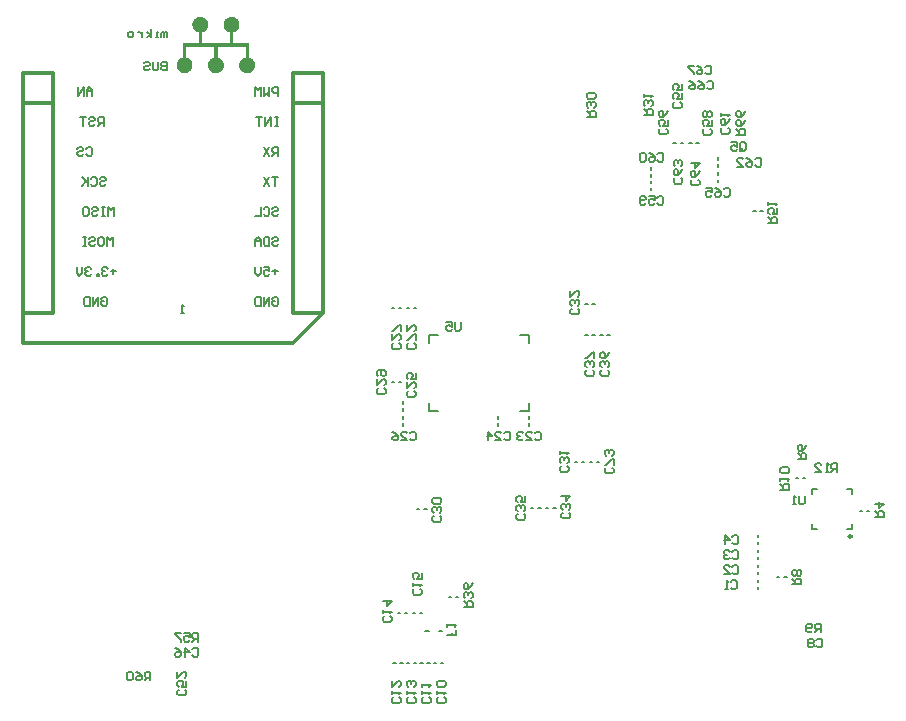
<source format=gbo>
G04*
G04 #@! TF.GenerationSoftware,Altium Limited,Altium Designer,19.1.7 (138)*
G04*
G04 Layer_Color=32896*
%FSLAX42Y42*%
%MOMM*%
G71*
G01*
G75*
%ADD11C,0.25*%
%ADD13C,0.10*%
%ADD14C,0.30*%
%ADD15C,0.03*%
%ADD16C,0.15*%
%ADD17C,0.20*%
D11*
X15183Y11581D02*
G03*
X15183Y11581I-12J0D01*
G01*
D13*
X11572Y12647D02*
G03*
X11572Y12647I-5J0D01*
G01*
D14*
X8424Y13471D02*
Y15503D01*
X8170Y15503D02*
X8424Y15503D01*
X8170Y13471D02*
Y15503D01*
Y13471D02*
X8424D01*
X8170Y15249D02*
X8424D01*
X10456D02*
X10710D01*
X10456Y13471D02*
X10710D01*
X10456D02*
Y15503D01*
X10710Y15503D01*
Y13471D02*
Y15503D01*
X8170Y13217D02*
Y13471D01*
Y13217D02*
X10456D01*
X10710Y13471D01*
D15*
X9522Y15737D02*
Y15758D01*
Y15637D02*
Y15737D01*
X9511Y15635D02*
X9522Y15637D01*
X9501Y15630D02*
X9511Y15635D01*
X9492Y15624D02*
X9501Y15630D01*
X9484Y15617D02*
X9492Y15624D01*
X9478Y15608D02*
X9484Y15617D01*
X9473Y15598D02*
X9478Y15608D01*
X9470Y15587D02*
X9473Y15598D01*
X9469Y15576D02*
X9470Y15587D01*
X9469Y15576D02*
X9471Y15564D01*
X9474Y15552D01*
X9480Y15541D01*
X9487Y15532D01*
X9497Y15525D01*
X9507Y15519D01*
X9519Y15515D01*
X9531Y15514D01*
X9544Y15515D01*
X9555Y15519D01*
X9566Y15525D01*
X9575Y15532D01*
X9583Y15541D01*
X9589Y15552D01*
X9592Y15564D01*
X9593Y15576D01*
X9592Y15587D02*
X9593Y15576D01*
X9589Y15598D02*
X9592Y15587D01*
X9585Y15607D02*
X9589Y15598D01*
X9579Y15616D02*
X9585Y15607D01*
X9571Y15624D02*
X9579Y15616D01*
X9562Y15630D02*
X9571Y15624D01*
X9553Y15634D02*
X9562Y15630D01*
X9542Y15637D02*
X9553Y15634D01*
X9542Y15637D02*
Y15737D01*
X9654D01*
X9675D01*
X9786D01*
Y15637D02*
Y15737D01*
X9775Y15635D02*
X9786Y15637D01*
X9765Y15630D02*
X9775Y15635D01*
X9756Y15624D02*
X9765Y15630D01*
X9749Y15617D02*
X9756Y15624D01*
X9742Y15608D02*
X9749Y15617D01*
X9738Y15598D02*
X9742Y15608D01*
X9735Y15587D02*
X9738Y15598D01*
X9734Y15576D02*
X9735Y15587D01*
X9734Y15576D02*
X9735Y15564D01*
X9739Y15552D01*
X9744Y15541D01*
X9752Y15532D01*
X9761Y15525D01*
X9772Y15519D01*
X9783Y15515D01*
X9796Y15514D01*
X9808Y15515D01*
X9820Y15519D01*
X9830Y15525D01*
X9840Y15532D01*
X9847Y15541D01*
X9853Y15552D01*
X9857Y15564D01*
X9858Y15576D01*
X9857Y15587D02*
X9858Y15576D01*
X9854Y15598D02*
X9857Y15587D01*
X9849Y15607D02*
X9854Y15598D01*
X9843Y15616D02*
X9849Y15607D01*
X9836Y15624D02*
X9843Y15616D01*
X9827Y15630D02*
X9836Y15624D01*
X9817Y15634D02*
X9827Y15630D01*
X9807Y15637D02*
X9817Y15634D01*
X9807Y15637D02*
Y15737D01*
X9919D01*
X9939D01*
X10051D01*
Y15637D02*
Y15737D01*
X10040Y15635D02*
X10051Y15637D01*
X10030Y15630D02*
X10040Y15635D01*
X10022Y15624D02*
X10030Y15630D01*
X10014Y15617D02*
X10022Y15624D01*
X10008Y15608D02*
X10014Y15617D01*
X10003Y15598D02*
X10008Y15608D01*
X10000Y15587D02*
X10003Y15598D01*
X9999Y15576D02*
X10000Y15587D01*
X9999Y15576D02*
X10000Y15564D01*
X10004Y15552D01*
X10009Y15541D01*
X10017Y15532D01*
X10026Y15525D01*
X10037Y15519D01*
X10048Y15515D01*
X10061Y15514D01*
X10073Y15515D01*
X10085Y15519D01*
X10096Y15525D01*
X10105Y15532D01*
X10112Y15541D01*
X10118Y15552D01*
X10122Y15564D01*
X10123Y15576D01*
X10122Y15587D02*
X10123Y15576D01*
X10119Y15598D02*
X10122Y15587D01*
X10114Y15607D02*
X10119Y15598D01*
X10108Y15616D02*
X10114Y15607D01*
X10101Y15624D02*
X10108Y15616D01*
X10092Y15630D02*
X10101Y15624D01*
X10082Y15634D02*
X10092Y15630D01*
X10072Y15637D02*
X10082Y15634D01*
X10072Y15637D02*
X10072Y15677D01*
X10072Y15758D02*
X10072Y15677D01*
X9939Y15758D02*
X10072D01*
X9939D02*
Y15858D01*
X9950Y15861D01*
X9959Y15866D01*
X9968Y15872D01*
X9976Y15879D01*
X9982Y15888D01*
X9987Y15897D01*
X9989Y15908D01*
X9990Y15919D01*
X9989Y15932D02*
X9990Y15919D01*
X9986Y15943D02*
X9989Y15932D01*
X9980Y15954D02*
X9986Y15943D01*
X9972Y15963D02*
X9980Y15954D01*
X9963Y15971D02*
X9972Y15963D01*
X9953Y15976D02*
X9963Y15971D01*
X9941Y15980D02*
X9953Y15976D01*
X9928Y15981D02*
X9941Y15980D01*
X9916D02*
X9928Y15981D01*
X9904Y15976D02*
X9916Y15980D01*
X9894Y15971D02*
X9904Y15976D01*
X9884Y15963D02*
X9894Y15971D01*
X9877Y15954D02*
X9884Y15963D01*
X9871Y15943D02*
X9877Y15954D01*
X9868Y15932D02*
X9871Y15943D01*
X9866Y15919D02*
X9868Y15932D01*
X9866Y15919D02*
X9867Y15908D01*
X9870Y15897D01*
X9875Y15887D01*
X9881Y15879D01*
X9889Y15871D01*
X9898Y15865D01*
X9908Y15861D01*
X9919Y15858D01*
Y15758D02*
Y15858D01*
X9807Y15758D02*
X9919D01*
X9786D02*
X9807D01*
X9675D02*
X9786D01*
X9675D02*
Y15858D01*
X9685Y15861D01*
X9695Y15866D01*
X9704Y15872D01*
X9711Y15879D01*
X9717Y15888D01*
X9722Y15897D01*
X9725Y15908D01*
X9726Y15919D01*
X9725Y15932D02*
X9726Y15919D01*
X9721Y15943D02*
X9725Y15932D01*
X9715Y15954D02*
X9721Y15943D01*
X9708Y15963D02*
X9715Y15954D01*
X9699Y15971D02*
X9708Y15963D01*
X9688Y15976D02*
X9699Y15971D01*
X9676Y15980D02*
X9688Y15976D01*
X9664Y15981D02*
X9676Y15980D01*
X9651D02*
X9664Y15981D01*
X9640Y15976D02*
X9651Y15980D01*
X9629Y15971D02*
X9640Y15976D01*
X9620Y15963D02*
X9629Y15971D01*
X9612Y15954D02*
X9620Y15963D01*
X9607Y15943D02*
X9612Y15954D01*
X9603Y15932D02*
X9607Y15943D01*
X9602Y15919D02*
X9603Y15932D01*
X9602Y15919D02*
X9603Y15908D01*
X9606Y15897D01*
X9611Y15887D01*
X9617Y15879D01*
X9625Y15871D01*
X9633Y15865D01*
X9643Y15861D01*
X9654Y15858D01*
Y15758D02*
Y15858D01*
X9542Y15758D02*
X9654D01*
X9522D02*
X9542D01*
X9916Y15980D02*
X9941D01*
X9651D02*
X9677D01*
X9907Y15977D02*
X9950D01*
X9642D02*
X9685D01*
X9901Y15975D02*
X9956D01*
X9636D02*
X9691D01*
X9896Y15972D02*
X9960D01*
X9632D02*
X9696D01*
X9892Y15970D02*
X9964D01*
X9628D02*
X9700D01*
X9889Y15967D02*
X9968D01*
X9625D02*
X9703D01*
X9886Y15965D02*
X9971D01*
X9622D02*
X9706D01*
X9884Y15962D02*
X9973D01*
X9619D02*
X9709D01*
X9881Y15960D02*
X9975D01*
X9617D02*
X9711D01*
X9879Y15957D02*
X9978D01*
X9615D02*
X9713D01*
X9877Y15955D02*
X9979D01*
X9613D02*
X9715D01*
X9876Y15952D02*
X9981D01*
X9611D02*
X9717D01*
X9874Y15949D02*
X9983D01*
X9610D02*
X9718D01*
X9873Y15947D02*
X9984D01*
X9608D02*
X9719D01*
X9872Y15944D02*
X9985D01*
X9607D02*
X9721D01*
X9871Y15942D02*
X9986D01*
X9606D02*
X9722D01*
X9870Y15939D02*
X9987D01*
X9605D02*
X9723D01*
X9869Y15937D02*
X9988D01*
X9604D02*
X9723D01*
X9868Y15934D02*
X9989D01*
X9604D02*
X9724D01*
X9868Y15932D02*
X9989D01*
X9603D02*
X9725D01*
X9867Y15929D02*
X9990D01*
X9603D02*
X9725D01*
X9867Y15927D02*
X9990D01*
X9602D02*
X9726D01*
X9866Y15924D02*
X9990D01*
X9602D02*
X9726D01*
X9866Y15922D02*
X9990D01*
X9602D02*
X9726D01*
X9866Y15919D02*
X9990D01*
X9602D02*
X9726D01*
X9866Y15916D02*
X9990D01*
X9602D02*
X9726D01*
X9867Y15914D02*
X9990D01*
X9602D02*
X9726D01*
X9867Y15911D02*
X9990D01*
X9602D02*
X9725D01*
X9867Y15909D02*
X9990D01*
X9603D02*
X9725D01*
X9868Y15906D02*
X9989D01*
X9603D02*
X9725D01*
X9868Y15904D02*
X9989D01*
X9604D02*
X9724D01*
X9869Y15901D02*
X9988D01*
X9604D02*
X9723D01*
X9870Y15899D02*
X9987D01*
X9605D02*
X9722D01*
X9871Y15896D02*
X9986D01*
X9606D02*
X9722D01*
X9872Y15894D02*
X9985D01*
X9607D02*
X9720D01*
X9873Y15891D02*
X9984D01*
X9609D02*
X9719D01*
X9874Y15889D02*
X9982D01*
X9610D02*
X9718D01*
X9876Y15886D02*
X9981D01*
X9611D02*
X9716D01*
X9878Y15883D02*
X9979D01*
X9613D02*
X9715D01*
X9880Y15881D02*
X9977D01*
X9615D02*
X9713D01*
X9882Y15878D02*
X9975D01*
X9617D02*
X9711D01*
X9884Y15876D02*
X9973D01*
X9620D02*
X9708D01*
X9887Y15873D02*
X9970D01*
X9622D02*
X9706D01*
X9890Y15871D02*
X9967D01*
X9625D02*
X9703D01*
X9893Y15868D02*
X9964D01*
X9629D02*
X9699D01*
X9897Y15866D02*
X9960D01*
X9633D02*
X9695D01*
X9902Y15863D02*
X9955D01*
X9637D02*
X9690D01*
X9908Y15861D02*
X9949D01*
X9644D02*
X9684D01*
X9918Y15858D02*
X9939D01*
X9654D02*
X9675D01*
X9919Y15855D02*
X9939D01*
X9654D02*
X9675D01*
X9919Y15853D02*
X9939D01*
X9654D02*
X9675D01*
X9919Y15850D02*
X9939D01*
X9654D02*
X9675D01*
X9919Y15848D02*
X9939D01*
X9654D02*
X9675D01*
X9919Y15845D02*
X9939D01*
X9654D02*
X9675D01*
X9919Y15843D02*
X9939D01*
X9654D02*
X9675D01*
X9919Y15840D02*
X9939D01*
X9654D02*
X9675D01*
X9919Y15838D02*
X9939D01*
X9654D02*
X9675D01*
X9919Y15835D02*
X9939D01*
X9654D02*
X9675D01*
X9919Y15833D02*
X9939D01*
X9654D02*
X9675D01*
X9919Y15830D02*
X9939D01*
X9654D02*
X9675D01*
X9919Y15828D02*
X9939D01*
X9654D02*
X9675D01*
X9919Y15825D02*
X9939D01*
X9654D02*
X9675D01*
X9919Y15822D02*
X9939D01*
X9654D02*
X9675D01*
X9919Y15820D02*
X9939D01*
X9654D02*
X9675D01*
X9919Y15817D02*
X9939D01*
X9654D02*
X9675D01*
X9919Y15815D02*
X9939D01*
X9654D02*
X9675D01*
X9919Y15812D02*
X9939D01*
X9654D02*
X9675D01*
X9919Y15810D02*
X9939D01*
X9654D02*
X9675D01*
X9919Y15807D02*
X9939D01*
X9654D02*
X9675D01*
X9919Y15805D02*
X9939D01*
X9654D02*
X9675D01*
X9919Y15802D02*
X9939D01*
X9654D02*
X9675D01*
X9919Y15800D02*
X9939D01*
X9654D02*
X9675D01*
X9919Y15797D02*
X9939D01*
X9654D02*
X9675D01*
X9919Y15795D02*
X9939D01*
X9654D02*
X9675D01*
X9919Y15792D02*
X9939D01*
X9654D02*
X9675D01*
X9919Y15789D02*
X9939D01*
X9654D02*
X9675D01*
X9919Y15787D02*
X9939D01*
X9654D02*
X9675D01*
X9919Y15784D02*
X9939D01*
X9654D02*
X9675D01*
X9919Y15782D02*
X9939D01*
X9654D02*
X9675D01*
X9919Y15779D02*
X9939D01*
X9654D02*
X9675D01*
X9919Y15777D02*
X9939D01*
X9654D02*
X9675D01*
X9919Y15774D02*
X9939D01*
X9654D02*
X9675D01*
X9919Y15772D02*
X9939D01*
X9654D02*
X9675D01*
X9919Y15769D02*
X9939D01*
X9654D02*
X9675D01*
X9919Y15767D02*
X9939D01*
X9654D02*
X9675D01*
X9919Y15764D02*
X9939D01*
X9654D02*
X9675D01*
X9919Y15762D02*
X9939D01*
X9654D02*
X9675D01*
X9919Y15759D02*
X9939D01*
X9654D02*
X9675D01*
X9522Y15756D02*
X10072D01*
X9522Y15754D02*
X10072D01*
X9522Y15751D02*
X10072D01*
X9522Y15749D02*
X10072D01*
X9522Y15746D02*
X10072D01*
X9522Y15744D02*
X10072D01*
X9522Y15741D02*
X10072D01*
X9522Y15739D02*
X10072D01*
X10051Y15736D02*
X10072D01*
X9786D02*
X9807D01*
X9522D02*
X9542D01*
X10051Y15734D02*
X10072D01*
X9786D02*
X9807D01*
X9522D02*
X9542D01*
X10051Y15731D02*
X10072D01*
X9786D02*
X9807D01*
X9522D02*
X9542D01*
X10051Y15728D02*
X10072D01*
X9786D02*
X9807D01*
X9522D02*
X9542D01*
X10051Y15726D02*
X10072D01*
X9786D02*
X9807D01*
X9522D02*
X9542D01*
X10051Y15723D02*
X10072D01*
X9786D02*
X9807D01*
X9522D02*
X9542D01*
X10051Y15721D02*
X10072D01*
X9786D02*
X9807D01*
X9522D02*
X9542D01*
X10051Y15718D02*
X10072D01*
X9786D02*
X9807D01*
X9522D02*
X9542D01*
X10051Y15716D02*
X10072D01*
X9786D02*
X9807D01*
X9522D02*
X9542D01*
X10051Y15713D02*
X10072D01*
X9786D02*
X9807D01*
X9522D02*
X9542D01*
X10051Y15711D02*
X10072D01*
X9786D02*
X9807D01*
X9522D02*
X9542D01*
X10051Y15708D02*
X10072D01*
X9786D02*
X9807D01*
X9522D02*
X9542D01*
X10051Y15706D02*
X10072D01*
X9786D02*
X9807D01*
X9522D02*
X9542D01*
X10051Y15703D02*
X10072D01*
X9786D02*
X9807D01*
X9522D02*
X9542D01*
X10051Y15701D02*
X10072D01*
X9786D02*
X9807D01*
X9522D02*
X9542D01*
X10051Y15698D02*
X10072D01*
X9786D02*
X9807D01*
X9522D02*
X9542D01*
X10051Y15695D02*
X10072D01*
X9786D02*
X9807D01*
X9522D02*
X9542D01*
X10051Y15693D02*
X10072D01*
X9786D02*
X9807D01*
X9522D02*
X9542D01*
X10051Y15690D02*
X10072D01*
X9786D02*
X9807D01*
X9522D02*
X9542D01*
X10051Y15688D02*
X10072D01*
X9786D02*
X9807D01*
X9522D02*
X9542D01*
X10051Y15685D02*
X10072D01*
X9786D02*
X9807D01*
X9522D02*
X9542D01*
X10051Y15683D02*
X10072D01*
X9786D02*
X9807D01*
X9522D02*
X9542D01*
X10051Y15680D02*
X10072D01*
X9786D02*
X9807D01*
X9522D02*
X9542D01*
X10051Y15678D02*
X10072D01*
X9786D02*
X9807D01*
X9522D02*
X9542D01*
X10051Y15675D02*
X10072D01*
X9786D02*
X9807D01*
X9522D02*
X9542D01*
X10051Y15673D02*
X10072D01*
X9786D02*
X9807D01*
X9522D02*
X9542D01*
X10051Y15670D02*
X10072D01*
X9786D02*
X9807D01*
X9522D02*
X9542D01*
X10051Y15668D02*
X10072D01*
X9786D02*
X9807D01*
X9522D02*
X9542D01*
X10051Y15665D02*
X10072D01*
X9786D02*
X9807D01*
X9522D02*
X9542D01*
X10051Y15662D02*
X10072D01*
X9786D02*
X9807D01*
X9522D02*
X9542D01*
X10051Y15660D02*
X10072D01*
X9786D02*
X9807D01*
X9522D02*
X9542D01*
X10051Y15657D02*
X10072D01*
X9786D02*
X9807D01*
X9522D02*
X9542D01*
X10051Y15655D02*
X10072D01*
X9786D02*
X9807D01*
X9522D02*
X9542D01*
X10051Y15652D02*
X10072D01*
X9786D02*
X9807D01*
X9522D02*
X9542D01*
X10051Y15650D02*
X10072D01*
X9786D02*
X9807D01*
X9522D02*
X9542D01*
X10051Y15647D02*
X10072D01*
X9786D02*
X9807D01*
X9522D02*
X9542D01*
X10051Y15645D02*
X10072D01*
X9786D02*
X9807D01*
X9522D02*
X9542D01*
X10051Y15642D02*
X10072D01*
X9786D02*
X9807D01*
X9522D02*
X9542D01*
X10051Y15640D02*
X10072D01*
X9786D02*
X9807D01*
X9522D02*
X9542D01*
X10050Y15637D02*
X10072D01*
X9785D02*
X9807D01*
X9520D02*
X9543D01*
X10040Y15635D02*
X10082D01*
X9775D02*
X9817D01*
X9511D02*
X9552D01*
X10034Y15632D02*
X10088D01*
X9769D02*
X9823D01*
X9504D02*
X9558D01*
X10029Y15629D02*
X10093D01*
X9764D02*
X9827D01*
X9500D02*
X9563D01*
X10025Y15627D02*
X10096D01*
X9760D02*
X9831D01*
X9496D02*
X9567D01*
X10022Y15624D02*
X10100D01*
X9757D02*
X9835D01*
X9492D02*
X9570D01*
X10019Y15622D02*
X10103D01*
X9754D02*
X9838D01*
X9489D02*
X9573D01*
X10016Y15619D02*
X10105D01*
X9751D02*
X9840D01*
X9487D02*
X9576D01*
X10014Y15617D02*
X10108D01*
X9749D02*
X9843D01*
X9484D02*
X9578D01*
X10012Y15614D02*
X10110D01*
X9747D02*
X9845D01*
X9482D02*
X9580D01*
X10010Y15612D02*
X10112D01*
X9745D02*
X9847D01*
X9480D02*
X9582D01*
X10008Y15609D02*
X10113D01*
X9743D02*
X9848D01*
X9479D02*
X9584D01*
X10007Y15607D02*
X10115D01*
X9742D02*
X9850D01*
X9477D02*
X9585D01*
X10005Y15604D02*
X10116D01*
X9740D02*
X9851D01*
X9476D02*
X9587D01*
X10004Y15601D02*
X10118D01*
X9739D02*
X9852D01*
X9475D02*
X9588D01*
X10003Y15599D02*
X10119D01*
X9738D02*
X9853D01*
X9474D02*
X9589D01*
X10002Y15596D02*
X10120D01*
X9737D02*
X9854D01*
X9473D02*
X9590D01*
X10001Y15594D02*
X10120D01*
X9736D02*
X9855D01*
X9472D02*
X9591D01*
X10001Y15591D02*
X10121D01*
X9736D02*
X9856D01*
X9471D02*
X9591D01*
X10000Y15589D02*
X10122D01*
X9735D02*
X9857D01*
X9471D02*
X9592D01*
X10000Y15586D02*
X10122D01*
X9735D02*
X9857D01*
X9470D02*
X9593D01*
X9999Y15584D02*
X10123D01*
X9734D02*
X9857D01*
X9470D02*
X9593D01*
X9999Y15581D02*
X10123D01*
X9734D02*
X9858D01*
X9469D02*
X9593D01*
X9999Y15579D02*
X10123D01*
X9734D02*
X9858D01*
X9469D02*
X9593D01*
X9999Y15576D02*
X10123D01*
X9734D02*
X9858D01*
X9469D02*
X9593D01*
X9999Y15574D02*
X10123D01*
X9734D02*
X9858D01*
X9469D02*
X9593D01*
X9999Y15571D02*
X10123D01*
X9734D02*
X9858D01*
X9469D02*
X9593D01*
X9999Y15568D02*
X10123D01*
X9734D02*
X9857D01*
X9470D02*
X9593D01*
X10000Y15566D02*
X10122D01*
X9735D02*
X9857D01*
X9470D02*
X9593D01*
X10000Y15563D02*
X10122D01*
X9735D02*
X9857D01*
X9471D02*
X9592D01*
X10001Y15561D02*
X10121D01*
X9736D02*
X9856D01*
X9471D02*
X9592D01*
X10001Y15558D02*
X10120D01*
X9736D02*
X9855D01*
X9472D02*
X9591D01*
X10002Y15556D02*
X10120D01*
X9737D02*
X9854D01*
X9473D02*
X9590D01*
X10003Y15553D02*
X10119D01*
X9738D02*
X9854D01*
X9474D02*
X9589D01*
X10004Y15551D02*
X10118D01*
X9739D02*
X9852D01*
X9475D02*
X9588D01*
X10005Y15548D02*
X10116D01*
X9740D02*
X9851D01*
X9476D02*
X9587D01*
X10007Y15546D02*
X10115D01*
X9742D02*
X9850D01*
X9477D02*
X9585D01*
X10008Y15543D02*
X10114D01*
X9743D02*
X9848D01*
X9479D02*
X9584D01*
X10010Y15541D02*
X10112D01*
X9745D02*
X9847D01*
X9480D02*
X9582D01*
X10012Y15538D02*
X10110D01*
X9747D02*
X9845D01*
X9482D02*
X9580D01*
X10014Y15535D02*
X10108D01*
X9749D02*
X9843D01*
X9484D02*
X9578D01*
X10016Y15533D02*
X10106D01*
X9751D02*
X9840D01*
X9487D02*
X9576D01*
X10019Y15530D02*
X10103D01*
X9754D02*
X9838D01*
X9489D02*
X9573D01*
X10022Y15528D02*
X10100D01*
X9757D02*
X9835D01*
X9492D02*
X9570D01*
X10025Y15525D02*
X10097D01*
X9760D02*
X9832D01*
X9496D02*
X9567D01*
X10029Y15523D02*
X10093D01*
X9764D02*
X9828D01*
X9499D02*
X9563D01*
X10034Y15520D02*
X10088D01*
X9769D02*
X9823D01*
X9504D02*
X9558D01*
X10040Y15518D02*
X10082D01*
X9775D02*
X9817D01*
X9510D02*
X9552D01*
X10049Y15515D02*
X10073D01*
X9784D02*
X9808D01*
X9519D02*
X9543D01*
D16*
X14846Y11646D02*
Y11688D01*
Y11646D02*
X14888D01*
X14846Y11943D02*
Y11986D01*
X14888D01*
X15143D02*
X15185D01*
Y11943D02*
Y11986D01*
Y11646D02*
Y11688D01*
X15143Y11646D02*
X15185D01*
X11689Y10782D02*
X11718D01*
X11573Y10782D02*
X11603Y10782D01*
X11718Y10782D02*
X11718Y10782D01*
X14389Y11196D02*
Y11216D01*
X14389Y11136D02*
Y11156D01*
X14389Y11323D02*
Y11343D01*
X14389Y11263D02*
Y11283D01*
X14389Y11450D02*
Y11470D01*
X14389Y11390D02*
Y11410D01*
X14389Y11577D02*
Y11597D01*
X14389Y11517D02*
Y11537D01*
X11704Y10513D02*
X11724D01*
X11644Y10513D02*
X11664D01*
X11590Y10513D02*
X11610D01*
X11530Y10513D02*
X11550D01*
X11361Y10513D02*
X11381D01*
X11301Y10513D02*
X11321D01*
X11475Y10513D02*
X11495D01*
X11415Y10513D02*
X11435D01*
X11399Y10932D02*
X11419D01*
X11339Y10932D02*
X11359D01*
X11526Y10932D02*
X11546D01*
X11466Y10932D02*
X11486D01*
X12450Y12520D02*
Y12540D01*
X12450Y12580D02*
Y12600D01*
X12190Y12580D02*
Y12600D01*
X12190Y12520D02*
Y12540D01*
X11382Y12707D02*
Y12727D01*
X11382Y12647D02*
Y12667D01*
X11382Y12580D02*
Y12600D01*
X11382Y12520D02*
Y12540D01*
X11288Y13513D02*
X11308D01*
X11348Y13513D02*
X11368D01*
X11348Y12890D02*
X11368D01*
X11288Y12891D02*
X11308D01*
X11564Y11811D02*
X11584D01*
X11504Y11811D02*
X11524D01*
X12838Y12217D02*
X12858D01*
X12898Y12217D02*
X12918D01*
X12987Y13551D02*
X13007D01*
X12927Y13551D02*
X12947D01*
X12657Y11821D02*
X12676D01*
X12597Y11821D02*
X12616D01*
X12529Y11821D02*
X12550D01*
X12470Y11821D02*
X12489D01*
X13114Y13284D02*
X13134D01*
X13054Y13284D02*
X13074D01*
X12987Y13284D02*
X13007D01*
X12927Y13284D02*
X12947D01*
X13488Y14574D02*
Y14594D01*
X13488Y14514D02*
Y14534D01*
X13488Y14688D02*
Y14709D01*
X13488Y14629D02*
Y14648D01*
X14049Y14712D02*
Y14732D01*
X14049Y14772D02*
Y14792D01*
X13734Y14910D02*
X13754D01*
X13674Y14910D02*
X13694D01*
X13869Y14910D02*
X13889D01*
X13809Y14910D02*
X13829D01*
X14051Y14584D02*
Y14604D01*
X14051Y14644D02*
Y14664D01*
X15251Y11796D02*
X15271D01*
X15311Y11796D02*
X15331D01*
X14770Y12080D02*
X14790D01*
X14710Y12080D02*
X14730D01*
X14552Y11239D02*
X14572D01*
X14612Y11239D02*
X14632D01*
X11831Y11074D02*
X11851D01*
X11771Y11074D02*
X11791D01*
X14349Y14336D02*
X14369D01*
X14409Y14336D02*
X14429D01*
X11415Y13513D02*
X11435D01*
X11475Y13513D02*
X11495D01*
X12965Y12217D02*
X12985D01*
X13025Y12217D02*
X13045D01*
X9389Y15807D02*
Y15857D01*
X9377D01*
X9364Y15845D01*
Y15807D01*
Y15845D01*
X9352Y15857D01*
X9339Y15845D01*
Y15807D01*
X9314D02*
X9289D01*
X9302D01*
Y15857D01*
X9314D01*
X9252Y15807D02*
Y15882D01*
Y15832D02*
X9214Y15857D01*
X9252Y15832D02*
X9214Y15807D01*
X9177Y15857D02*
Y15807D01*
Y15832D01*
X9164Y15845D01*
X9152Y15857D01*
X9139D01*
X9089Y15807D02*
X9064D01*
X9052Y15820D01*
Y15845D01*
X9064Y15857D01*
X9089D01*
X9102Y15845D01*
Y15820D01*
X9089Y15807D01*
X9389Y15603D02*
Y15528D01*
X9352D01*
X9339Y15541D01*
Y15553D01*
X9352Y15566D01*
X9389D01*
X9352D01*
X9339Y15578D01*
Y15591D01*
X9352Y15603D01*
X9389D01*
X9314D02*
Y15541D01*
X9302Y15528D01*
X9277D01*
X9264Y15541D01*
Y15603D01*
X9189Y15591D02*
X9202Y15603D01*
X9227D01*
X9239Y15591D01*
Y15578D01*
X9227Y15566D01*
X9202D01*
X9189Y15553D01*
Y15541D01*
X9202Y15528D01*
X9227D01*
X9239Y15541D01*
X10329Y15312D02*
Y15387D01*
X10292D01*
X10279Y15375D01*
Y15350D01*
X10292Y15337D01*
X10329D01*
X10254Y15387D02*
Y15312D01*
X10229Y15337D01*
X10204Y15312D01*
Y15387D01*
X10179Y15312D02*
Y15387D01*
X10154Y15362D01*
X10129Y15387D01*
Y15312D01*
X10329Y13826D02*
X10279D01*
X10304Y13851D02*
Y13801D01*
X10204Y13863D02*
X10254D01*
Y13826D01*
X10229Y13838D01*
X10217D01*
X10204Y13826D01*
Y13801D01*
X10217Y13788D01*
X10242D01*
X10254Y13801D01*
X10179Y13863D02*
Y13813D01*
X10154Y13788D01*
X10129Y13813D01*
Y13863D01*
X10279Y13597D02*
X10292Y13609D01*
X10317D01*
X10329Y13597D01*
Y13547D01*
X10317Y13534D01*
X10292D01*
X10279Y13547D01*
Y13572D01*
X10304D01*
X10254Y13534D02*
Y13609D01*
X10204Y13534D01*
Y13609D01*
X10179D02*
Y13534D01*
X10142D01*
X10129Y13547D01*
Y13597D01*
X10142Y13609D01*
X10179D01*
X10329Y14625D02*
X10279D01*
X10304D01*
Y14550D01*
X10254Y14625D02*
X10204Y14550D01*
Y14625D02*
X10254Y14550D01*
X10329Y14804D02*
Y14879D01*
X10292D01*
X10279Y14867D01*
Y14842D01*
X10292Y14829D01*
X10329D01*
X10304D02*
X10279Y14804D01*
X10254Y14879D02*
X10204Y14804D01*
Y14879D02*
X10254Y14804D01*
X10329Y15133D02*
X10304D01*
X10317D01*
Y15058D01*
X10329D01*
X10304D01*
X10267D02*
Y15133D01*
X10217Y15058D01*
Y15133D01*
X10192D02*
X10142D01*
X10167D01*
Y15058D01*
X10279Y14359D02*
X10292Y14371D01*
X10317D01*
X10329Y14359D01*
Y14346D01*
X10317Y14334D01*
X10292D01*
X10279Y14321D01*
Y14309D01*
X10292Y14296D01*
X10317D01*
X10329Y14309D01*
X10204Y14359D02*
X10217Y14371D01*
X10242D01*
X10254Y14359D01*
Y14309D01*
X10242Y14296D01*
X10217D01*
X10204Y14309D01*
X10179Y14371D02*
Y14296D01*
X10129D01*
X10279Y14105D02*
X10292Y14117D01*
X10317D01*
X10329Y14105D01*
Y14092D01*
X10317Y14080D01*
X10292D01*
X10279Y14067D01*
Y14055D01*
X10292Y14042D01*
X10317D01*
X10329Y14055D01*
X10254Y14117D02*
Y14042D01*
X10217D01*
X10204Y14055D01*
Y14105D01*
X10217Y14117D01*
X10254D01*
X10179Y14042D02*
Y14092D01*
X10154Y14117D01*
X10129Y14092D01*
Y14042D01*
Y14080D01*
X10179D01*
X8755Y15312D02*
Y15362D01*
X8730Y15387D01*
X8705Y15362D01*
Y15312D01*
Y15350D01*
X8755D01*
X8680Y15312D02*
Y15387D01*
X8630Y15312D01*
Y15387D01*
X8831Y13597D02*
X8844Y13609D01*
X8869D01*
X8881Y13597D01*
Y13547D01*
X8869Y13534D01*
X8844D01*
X8831Y13547D01*
Y13572D01*
X8856D01*
X8806Y13534D02*
Y13609D01*
X8756Y13534D01*
Y13609D01*
X8731D02*
Y13534D01*
X8694D01*
X8681Y13547D01*
Y13597D01*
X8694Y13609D01*
X8731D01*
X8958Y13826D02*
X8908D01*
X8933Y13851D02*
Y13801D01*
X8883Y13851D02*
X8870Y13863D01*
X8845D01*
X8833Y13851D01*
Y13838D01*
X8845Y13826D01*
X8858D01*
X8845D01*
X8833Y13813D01*
Y13801D01*
X8845Y13788D01*
X8870D01*
X8883Y13801D01*
X8808Y13788D02*
Y13801D01*
X8795D01*
Y13788D01*
X8808D01*
X8745Y13851D02*
X8733Y13863D01*
X8708D01*
X8695Y13851D01*
Y13838D01*
X8708Y13826D01*
X8720D01*
X8708D01*
X8695Y13813D01*
Y13801D01*
X8708Y13788D01*
X8733D01*
X8745Y13801D01*
X8670Y13863D02*
Y13813D01*
X8645Y13788D01*
X8620Y13813D01*
Y13863D01*
X8928Y14042D02*
Y14117D01*
X8903Y14092D01*
X8878Y14117D01*
Y14042D01*
X8815Y14117D02*
X8840D01*
X8853Y14105D01*
Y14055D01*
X8840Y14042D01*
X8815D01*
X8803Y14055D01*
Y14105D01*
X8815Y14117D01*
X8728Y14105D02*
X8740Y14117D01*
X8765D01*
X8778Y14105D01*
Y14092D01*
X8765Y14080D01*
X8740D01*
X8728Y14067D01*
Y14055D01*
X8740Y14042D01*
X8765D01*
X8778Y14055D01*
X8703Y14117D02*
X8678D01*
X8690D01*
Y14042D01*
X8703D01*
X8678D01*
X8817Y14613D02*
X8829Y14625D01*
X8854D01*
X8867Y14613D01*
Y14600D01*
X8854Y14588D01*
X8829D01*
X8817Y14575D01*
Y14563D01*
X8829Y14550D01*
X8854D01*
X8867Y14563D01*
X8742Y14613D02*
X8754Y14625D01*
X8779D01*
X8792Y14613D01*
Y14563D01*
X8779Y14550D01*
X8754D01*
X8742Y14563D01*
X8717Y14625D02*
Y14550D01*
Y14575D01*
X8667Y14625D01*
X8704Y14588D01*
X8667Y14550D01*
X8935Y14296D02*
Y14371D01*
X8910Y14346D01*
X8885Y14371D01*
Y14296D01*
X8860Y14371D02*
X8835D01*
X8848D01*
Y14296D01*
X8860D01*
X8835D01*
X8748Y14359D02*
X8760Y14371D01*
X8785D01*
X8798Y14359D01*
Y14346D01*
X8785Y14334D01*
X8760D01*
X8748Y14321D01*
Y14309D01*
X8760Y14296D01*
X8785D01*
X8798Y14309D01*
X8685Y14371D02*
X8710D01*
X8723Y14359D01*
Y14309D01*
X8710Y14296D01*
X8685D01*
X8673Y14309D01*
Y14359D01*
X8685Y14371D01*
X8702Y14867D02*
X8714Y14879D01*
X8739D01*
X8752Y14867D01*
Y14817D01*
X8739Y14804D01*
X8714D01*
X8702Y14817D01*
X8627Y14867D02*
X8639Y14879D01*
X8664D01*
X8677Y14867D01*
Y14854D01*
X8664Y14842D01*
X8639D01*
X8627Y14829D01*
Y14817D01*
X8639Y14804D01*
X8664D01*
X8677Y14817D01*
X8850Y15058D02*
Y15133D01*
X8812D01*
X8800Y15121D01*
Y15096D01*
X8812Y15083D01*
X8850D01*
X8825D02*
X8800Y15058D01*
X8725Y15121D02*
X8737Y15133D01*
X8762D01*
X8775Y15121D01*
Y15108D01*
X8762Y15096D01*
X8737D01*
X8725Y15083D01*
Y15071D01*
X8737Y15058D01*
X8762D01*
X8775Y15071D01*
X8700Y15133D02*
X8650D01*
X8675D01*
Y15058D01*
X9529Y13471D02*
X9504D01*
X9517D01*
Y13546D01*
X9529Y13533D01*
X13156Y12166D02*
X13169Y12153D01*
Y12128D01*
X13156Y12116D01*
X13106D01*
X13094Y12128D01*
Y12153D01*
X13106Y12166D01*
X13169Y12191D02*
Y12241D01*
X13156D01*
X13106Y12191D01*
X13094D01*
X13156Y12266D02*
X13169Y12278D01*
Y12303D01*
X13156Y12316D01*
X13144D01*
X13131Y12303D01*
Y12291D01*
Y12303D01*
X13119Y12316D01*
X13106D01*
X13094Y12303D01*
Y12278D01*
X13106Y12266D01*
X11480Y13220D02*
X11492Y13207D01*
Y13182D01*
X11480Y13170D01*
X11430D01*
X11417Y13182D01*
Y13207D01*
X11430Y13220D01*
X11492Y13245D02*
Y13295D01*
X11480D01*
X11430Y13245D01*
X11417D01*
Y13370D02*
Y13320D01*
X11467Y13370D01*
X11480D01*
X11492Y13357D01*
Y13332D01*
X11480Y13320D01*
X11875Y13397D02*
Y13335D01*
X11862Y13322D01*
X11837D01*
X11825Y13335D01*
Y13397D01*
X11750D02*
X11800D01*
Y13360D01*
X11775Y13372D01*
X11762D01*
X11750Y13360D01*
Y13335D01*
X11762Y13322D01*
X11787D01*
X11800Y13335D01*
X14787Y11929D02*
Y11866D01*
X14774Y11854D01*
X14749D01*
X14737Y11866D01*
Y11929D01*
X14712Y11854D02*
X14687D01*
X14699D01*
Y11929D01*
X14712Y11916D01*
X14207Y14985D02*
X14282D01*
Y15022D01*
X14269Y15035D01*
X14244D01*
X14232Y15022D01*
Y14985D01*
Y15010D02*
X14207Y15035D01*
X14282Y15110D02*
X14269Y15085D01*
X14244Y15060D01*
X14219D01*
X14207Y15072D01*
Y15097D01*
X14219Y15110D01*
X14232D01*
X14244Y15097D01*
Y15060D01*
X14282Y15185D02*
X14269Y15160D01*
X14244Y15135D01*
X14219D01*
X14207Y15147D01*
Y15172D01*
X14219Y15185D01*
X14232D01*
X14244Y15172D01*
Y15135D01*
X9246Y10363D02*
Y10438D01*
X9208D01*
X9196Y10426D01*
Y10401D01*
X9208Y10388D01*
X9246D01*
X9221D02*
X9196Y10363D01*
X9121Y10438D02*
X9146Y10426D01*
X9171Y10401D01*
Y10376D01*
X9158Y10363D01*
X9133D01*
X9121Y10376D01*
Y10388D01*
X9133Y10401D01*
X9171D01*
X9096Y10426D02*
X9083Y10438D01*
X9058D01*
X9046Y10426D01*
Y10376D01*
X9058Y10363D01*
X9083D01*
X9096Y10376D01*
Y10426D01*
X9652Y10693D02*
Y10768D01*
X9615D01*
X9602Y10756D01*
Y10731D01*
X9615Y10718D01*
X9652D01*
X9627D02*
X9602Y10693D01*
X9527Y10768D02*
X9577D01*
Y10731D01*
X9552Y10743D01*
X9540D01*
X9527Y10731D01*
Y10706D01*
X9540Y10693D01*
X9565D01*
X9577Y10706D01*
X9502Y10768D02*
X9452D01*
Y10756D01*
X9502Y10706D01*
Y10693D01*
X14478Y14237D02*
X14553D01*
Y14274D01*
X14540Y14287D01*
X14515D01*
X14503Y14274D01*
Y14237D01*
Y14262D02*
X14478Y14287D01*
X14553Y14362D02*
Y14312D01*
X14515D01*
X14528Y14337D01*
Y14349D01*
X14515Y14362D01*
X14490D01*
X14478Y14349D01*
Y14324D01*
X14490Y14312D01*
X14478Y14387D02*
Y14412D01*
Y14399D01*
X14553D01*
X14540Y14387D01*
X11900Y10986D02*
X11975D01*
Y11023D01*
X11962Y11035D01*
X11937D01*
X11925Y11023D01*
Y10986D01*
Y11010D02*
X11900Y11035D01*
X11962Y11060D02*
X11975Y11073D01*
Y11098D01*
X11962Y11110D01*
X11950D01*
X11937Y11098D01*
Y11085D01*
Y11098D01*
X11925Y11110D01*
X11912D01*
X11900Y11098D01*
Y11073D01*
X11912Y11060D01*
X11975Y11185D02*
X11962Y11160D01*
X11937Y11135D01*
X11912D01*
X11900Y11148D01*
Y11173D01*
X11912Y11185D01*
X11925D01*
X11937Y11173D01*
Y11135D01*
X13424Y15151D02*
X13499D01*
Y15189D01*
X13486Y15201D01*
X13461D01*
X13449Y15189D01*
Y15151D01*
Y15176D02*
X13424Y15201D01*
X13486Y15226D02*
X13499Y15239D01*
Y15264D01*
X13486Y15276D01*
X13474D01*
X13461Y15264D01*
Y15251D01*
Y15264D01*
X13449Y15276D01*
X13436D01*
X13424Y15264D01*
Y15239D01*
X13436Y15226D01*
X13424Y15301D02*
Y15326D01*
Y15314D01*
X13499D01*
X13486Y15301D01*
X12941Y15138D02*
X13016D01*
Y15176D01*
X13004Y15188D01*
X12979D01*
X12966Y15176D01*
Y15138D01*
Y15163D02*
X12941Y15188D01*
X13004Y15213D02*
X13016Y15226D01*
Y15251D01*
X13004Y15263D01*
X12991D01*
X12979Y15251D01*
Y15238D01*
Y15251D01*
X12966Y15263D01*
X12954D01*
X12941Y15251D01*
Y15226D01*
X12954Y15213D01*
X13004Y15288D02*
X13016Y15301D01*
Y15326D01*
X13004Y15338D01*
X12954D01*
X12941Y15326D01*
Y15301D01*
X12954Y15288D01*
X13004D01*
X15062Y12129D02*
Y12203D01*
X15025D01*
X15012Y12191D01*
Y12166D01*
X15025Y12153D01*
X15062D01*
X15037D02*
X15012Y12129D01*
X14987D02*
X14962D01*
X14975D01*
Y12203D01*
X14987Y12191D01*
X14875Y12129D02*
X14925D01*
X14875Y12178D01*
Y12191D01*
X14887Y12203D01*
X14912D01*
X14925Y12191D01*
X14580Y11980D02*
X14655D01*
Y12017D01*
X14642Y12030D01*
X14617D01*
X14605Y12017D01*
Y11980D01*
Y12005D02*
X14580Y12030D01*
Y12055D02*
Y12080D01*
Y12067D01*
X14655D01*
X14642Y12055D01*
Y12117D02*
X14655Y12130D01*
Y12155D01*
X14642Y12167D01*
X14592D01*
X14580Y12155D01*
Y12130D01*
X14592Y12117D01*
X14642D01*
X14923Y10770D02*
Y10845D01*
X14885D01*
X14873Y10832D01*
Y10807D01*
X14885Y10795D01*
X14923D01*
X14898D02*
X14873Y10770D01*
X14848Y10782D02*
X14835Y10770D01*
X14810D01*
X14798Y10782D01*
Y10832D01*
X14810Y10845D01*
X14835D01*
X14848Y10832D01*
Y10820D01*
X14835Y10807D01*
X14798D01*
X14681Y11176D02*
X14756D01*
Y11213D01*
X14744Y11226D01*
X14719D01*
X14706Y11213D01*
Y11176D01*
Y11201D02*
X14681Y11226D01*
X14744Y11251D02*
X14756Y11263D01*
Y11288D01*
X14744Y11301D01*
X14731D01*
X14719Y11288D01*
X14706Y11301D01*
X14694D01*
X14681Y11288D01*
Y11263D01*
X14694Y11251D01*
X14706D01*
X14719Y11263D01*
X14731Y11251D01*
X14744D01*
X14719Y11263D02*
Y11288D01*
X14725Y12235D02*
X14800D01*
Y12272D01*
X14787Y12285D01*
X14762D01*
X14750Y12272D01*
Y12235D01*
Y12260D02*
X14725Y12285D01*
X14800Y12360D02*
X14787Y12335D01*
X14762Y12310D01*
X14737D01*
X14725Y12322D01*
Y12347D01*
X14737Y12360D01*
X14750D01*
X14762Y12347D01*
Y12310D01*
X15380Y11747D02*
X15455D01*
Y11785D01*
X15442Y11797D01*
X15417D01*
X15405Y11785D01*
Y11747D01*
Y11772D02*
X15380Y11797D01*
Y11860D02*
X15455D01*
X15417Y11822D01*
Y11872D01*
X14238Y14859D02*
Y14909D01*
X14250Y14921D01*
X14275D01*
X14288Y14909D01*
Y14859D01*
X14275Y14846D01*
X14250D01*
X14263Y14871D02*
X14238Y14846D01*
X14250D02*
X14238Y14859D01*
X14163Y14921D02*
X14213D01*
Y14884D01*
X14188Y14896D01*
X14175D01*
X14163Y14884D01*
Y14859D01*
X14175Y14846D01*
X14200D01*
X14213Y14859D01*
X11835Y10794D02*
Y10744D01*
X11798D01*
Y10769D01*
Y10744D01*
X11760D01*
Y10819D02*
Y10844D01*
Y10832D01*
X11835D01*
X11823Y10819D01*
X13945Y15556D02*
X13958Y15569D01*
X13983D01*
X13995Y15556D01*
Y15506D01*
X13983Y15494D01*
X13958D01*
X13945Y15506D01*
X13870Y15569D02*
X13895Y15556D01*
X13920Y15531D01*
Y15506D01*
X13908Y15494D01*
X13883D01*
X13870Y15506D01*
Y15519D01*
X13883Y15531D01*
X13920D01*
X13845Y15569D02*
X13795D01*
Y15556D01*
X13845Y15506D01*
Y15494D01*
X13958Y15429D02*
X13971Y15442D01*
X13996D01*
X14008Y15429D01*
Y15379D01*
X13996Y15367D01*
X13971D01*
X13958Y15379D01*
X13883Y15442D02*
X13908Y15429D01*
X13933Y15404D01*
Y15379D01*
X13921Y15367D01*
X13896D01*
X13883Y15379D01*
Y15392D01*
X13896Y15404D01*
X13933D01*
X13808Y15442D02*
X13833Y15429D01*
X13858Y15404D01*
Y15379D01*
X13846Y15367D01*
X13821D01*
X13808Y15379D01*
Y15392D01*
X13821Y15404D01*
X13858D01*
X14099Y14523D02*
X14112Y14535D01*
X14137D01*
X14149Y14523D01*
Y14473D01*
X14137Y14460D01*
X14112D01*
X14099Y14473D01*
X14024Y14535D02*
X14049Y14523D01*
X14074Y14498D01*
Y14473D01*
X14062Y14460D01*
X14037D01*
X14024Y14473D01*
Y14485D01*
X14037Y14498D01*
X14074D01*
X13950Y14535D02*
X14000D01*
Y14498D01*
X13975Y14510D01*
X13962D01*
X13950Y14498D01*
Y14473D01*
X13962Y14460D01*
X13987D01*
X14000Y14473D01*
X13885Y14604D02*
X13898Y14592D01*
Y14567D01*
X13885Y14554D01*
X13835D01*
X13823Y14567D01*
Y14592D01*
X13835Y14604D01*
X13898Y14679D02*
X13885Y14654D01*
X13860Y14629D01*
X13835D01*
X13823Y14642D01*
Y14667D01*
X13835Y14679D01*
X13848D01*
X13860Y14667D01*
Y14629D01*
X13823Y14742D02*
X13898D01*
X13860Y14704D01*
Y14754D01*
X13737Y14617D02*
X13750Y14605D01*
Y14580D01*
X13737Y14567D01*
X13687D01*
X13675Y14580D01*
Y14605D01*
X13687Y14617D01*
X13750Y14692D02*
X13737Y14667D01*
X13712Y14642D01*
X13687D01*
X13675Y14655D01*
Y14680D01*
X13687Y14692D01*
X13700D01*
X13712Y14680D01*
Y14642D01*
X13737Y14717D02*
X13750Y14730D01*
Y14755D01*
X13737Y14767D01*
X13725D01*
X13712Y14755D01*
Y14742D01*
Y14755D01*
X13700Y14767D01*
X13687D01*
X13675Y14755D01*
Y14730D01*
X13687Y14717D01*
X14366Y14776D02*
X14379Y14789D01*
X14404D01*
X14416Y14776D01*
Y14726D01*
X14404Y14714D01*
X14379D01*
X14366Y14726D01*
X14291Y14789D02*
X14316Y14776D01*
X14341Y14751D01*
Y14726D01*
X14329Y14714D01*
X14304D01*
X14291Y14726D01*
Y14739D01*
X14304Y14751D01*
X14341D01*
X14216Y14714D02*
X14266D01*
X14216Y14764D01*
Y14776D01*
X14229Y14789D01*
X14254D01*
X14266Y14776D01*
X14138Y15043D02*
X14151Y15030D01*
Y15005D01*
X14138Y14993D01*
X14088D01*
X14076Y15005D01*
Y15030D01*
X14088Y15043D01*
X14151Y15118D02*
X14138Y15093D01*
X14113Y15068D01*
X14088D01*
X14076Y15080D01*
Y15105D01*
X14088Y15118D01*
X14101D01*
X14113Y15105D01*
Y15068D01*
X14076Y15143D02*
Y15168D01*
Y15155D01*
X14151D01*
X14138Y15143D01*
X13539Y14820D02*
X13552Y14832D01*
X13577D01*
X13589Y14820D01*
Y14770D01*
X13577Y14757D01*
X13552D01*
X13539Y14770D01*
X13464Y14832D02*
X13489Y14820D01*
X13514Y14795D01*
Y14770D01*
X13502Y14757D01*
X13477D01*
X13464Y14770D01*
Y14782D01*
X13477Y14795D01*
X13514D01*
X13439Y14820D02*
X13427Y14832D01*
X13402D01*
X13389Y14820D01*
Y14770D01*
X13402Y14757D01*
X13427D01*
X13439Y14770D01*
Y14820D01*
X13539Y14452D02*
X13552Y14464D01*
X13577D01*
X13589Y14452D01*
Y14402D01*
X13577Y14389D01*
X13552D01*
X13539Y14402D01*
X13464Y14464D02*
X13514D01*
Y14427D01*
X13489Y14439D01*
X13477D01*
X13464Y14427D01*
Y14402D01*
X13477Y14389D01*
X13502D01*
X13514Y14402D01*
X13439D02*
X13427Y14389D01*
X13402D01*
X13389Y14402D01*
Y14452D01*
X13402Y14464D01*
X13427D01*
X13439Y14452D01*
Y14439D01*
X13427Y14427D01*
X13389D01*
X13987Y15033D02*
X14000Y15021D01*
Y14996D01*
X13987Y14983D01*
X13937D01*
X13925Y14996D01*
Y15021D01*
X13937Y15033D01*
X14000Y15108D02*
Y15058D01*
X13962D01*
X13975Y15083D01*
Y15096D01*
X13962Y15108D01*
X13937D01*
X13925Y15096D01*
Y15071D01*
X13937Y15058D01*
X13987Y15133D02*
X14000Y15146D01*
Y15171D01*
X13987Y15183D01*
X13975D01*
X13962Y15171D01*
X13950Y15183D01*
X13937D01*
X13925Y15171D01*
Y15146D01*
X13937Y15133D01*
X13950D01*
X13962Y15146D01*
X13975Y15133D01*
X13987D01*
X13962Y15146D02*
Y15171D01*
X13613Y15036D02*
X13626Y15023D01*
Y14998D01*
X13613Y14986D01*
X13563D01*
X13551Y14998D01*
Y15023D01*
X13563Y15036D01*
X13626Y15111D02*
Y15061D01*
X13588D01*
X13601Y15086D01*
Y15098D01*
X13588Y15111D01*
X13563D01*
X13551Y15098D01*
Y15073D01*
X13563Y15061D01*
X13626Y15186D02*
X13613Y15161D01*
X13588Y15136D01*
X13563D01*
X13551Y15148D01*
Y15173D01*
X13563Y15186D01*
X13576D01*
X13588Y15173D01*
Y15136D01*
X13732Y15260D02*
X13745Y15247D01*
Y15222D01*
X13732Y15210D01*
X13682D01*
X13670Y15222D01*
Y15247D01*
X13682Y15260D01*
X13745Y15335D02*
Y15285D01*
X13707D01*
X13720Y15310D01*
Y15322D01*
X13707Y15335D01*
X13682D01*
X13670Y15322D01*
Y15297D01*
X13682Y15285D01*
X13745Y15410D02*
Y15360D01*
X13707D01*
X13720Y15385D01*
Y15397D01*
X13707Y15410D01*
X13682D01*
X13670Y15397D01*
Y15372D01*
X13682Y15360D01*
X9537Y10286D02*
X9549Y10274D01*
Y10249D01*
X9537Y10236D01*
X9487D01*
X9474Y10249D01*
Y10274D01*
X9487Y10286D01*
X9549Y10361D02*
Y10311D01*
X9512D01*
X9524Y10336D01*
Y10349D01*
X9512Y10361D01*
X9487D01*
X9474Y10349D01*
Y10324D01*
X9487Y10311D01*
X9474Y10436D02*
Y10386D01*
X9524Y10436D01*
X9537D01*
X9549Y10424D01*
Y10399D01*
X9537Y10386D01*
X9602Y10629D02*
X9615Y10641D01*
X9640D01*
X9652Y10629D01*
Y10579D01*
X9640Y10566D01*
X9615D01*
X9602Y10579D01*
X9540Y10566D02*
Y10641D01*
X9577Y10604D01*
X9527D01*
X9452Y10641D02*
X9477Y10629D01*
X9502Y10604D01*
Y10579D01*
X9490Y10566D01*
X9465D01*
X9452Y10579D01*
Y10591D01*
X9465Y10604D01*
X9502D01*
X12991Y12991D02*
X13004Y12979D01*
Y12954D01*
X12991Y12941D01*
X12941D01*
X12929Y12954D01*
Y12979D01*
X12941Y12991D01*
X12991Y13016D02*
X13004Y13029D01*
Y13054D01*
X12991Y13066D01*
X12979D01*
X12966Y13054D01*
Y13041D01*
Y13054D01*
X12954Y13066D01*
X12941D01*
X12929Y13054D01*
Y13029D01*
X12941Y13016D01*
X13004Y13091D02*
Y13141D01*
X12991D01*
X12941Y13091D01*
X12929D01*
X13118Y12991D02*
X13131Y12979D01*
Y12954D01*
X13118Y12941D01*
X13068D01*
X13056Y12954D01*
Y12979D01*
X13068Y12991D01*
X13118Y13016D02*
X13131Y13029D01*
Y13054D01*
X13118Y13066D01*
X13106D01*
X13093Y13054D01*
Y13041D01*
Y13054D01*
X13081Y13066D01*
X13068D01*
X13056Y13054D01*
Y13029D01*
X13068Y13016D01*
X13131Y13141D02*
X13118Y13116D01*
X13093Y13091D01*
X13068D01*
X13056Y13104D01*
Y13129D01*
X13068Y13141D01*
X13081D01*
X13093Y13129D01*
Y13091D01*
X12407Y11772D02*
X12419Y11760D01*
Y11735D01*
X12407Y11722D01*
X12357D01*
X12344Y11735D01*
Y11760D01*
X12357Y11772D01*
X12407Y11797D02*
X12419Y11810D01*
Y11835D01*
X12407Y11847D01*
X12394D01*
X12382Y11835D01*
Y11822D01*
Y11835D01*
X12369Y11847D01*
X12357D01*
X12344Y11835D01*
Y11810D01*
X12357Y11797D01*
X12419Y11922D02*
Y11872D01*
X12382D01*
X12394Y11897D01*
Y11910D01*
X12382Y11922D01*
X12357D01*
X12344Y11910D01*
Y11885D01*
X12357Y11872D01*
X12788Y11785D02*
X12800Y11772D01*
Y11747D01*
X12788Y11735D01*
X12738D01*
X12725Y11747D01*
Y11772D01*
X12738Y11785D01*
X12788Y11810D02*
X12800Y11822D01*
Y11847D01*
X12788Y11860D01*
X12775D01*
X12763Y11847D01*
Y11835D01*
Y11847D01*
X12750Y11860D01*
X12738D01*
X12725Y11847D01*
Y11822D01*
X12738Y11810D01*
X12725Y11922D02*
X12800D01*
X12763Y11885D01*
Y11935D01*
X12864Y13512D02*
X12877Y13499D01*
Y13474D01*
X12864Y13462D01*
X12814D01*
X12802Y13474D01*
Y13499D01*
X12814Y13512D01*
X12864Y13537D02*
X12877Y13549D01*
Y13574D01*
X12864Y13587D01*
X12852D01*
X12839Y13574D01*
Y13562D01*
Y13574D01*
X12827Y13587D01*
X12814D01*
X12802Y13574D01*
Y13549D01*
X12814Y13537D01*
X12802Y13662D02*
Y13612D01*
X12852Y13662D01*
X12864D01*
X12877Y13649D01*
Y13624D01*
X12864Y13612D01*
X12775Y12178D02*
X12788Y12166D01*
Y12141D01*
X12775Y12129D01*
X12725D01*
X12713Y12141D01*
Y12166D01*
X12725Y12178D01*
X12775Y12203D02*
X12788Y12216D01*
Y12241D01*
X12775Y12253D01*
X12763D01*
X12750Y12241D01*
Y12228D01*
Y12241D01*
X12738Y12253D01*
X12725D01*
X12713Y12241D01*
Y12216D01*
X12725Y12203D01*
X12713Y12278D02*
Y12303D01*
Y12291D01*
X12788D01*
X12775Y12278D01*
X11696Y11759D02*
X11708Y11747D01*
Y11722D01*
X11696Y11709D01*
X11646D01*
X11633Y11722D01*
Y11747D01*
X11646Y11759D01*
X11696Y11784D02*
X11708Y11797D01*
Y11822D01*
X11696Y11834D01*
X11683D01*
X11671Y11822D01*
Y11809D01*
Y11822D01*
X11658Y11834D01*
X11646D01*
X11633Y11822D01*
Y11797D01*
X11646Y11784D01*
X11696Y11859D02*
X11708Y11872D01*
Y11897D01*
X11696Y11909D01*
X11646D01*
X11633Y11897D01*
Y11872D01*
X11646Y11859D01*
X11696D01*
X11226Y12839D02*
X11238Y12826D01*
Y12801D01*
X11226Y12789D01*
X11176D01*
X11163Y12801D01*
Y12826D01*
X11176Y12839D01*
X11163Y12914D02*
Y12864D01*
X11213Y12914D01*
X11226D01*
X11238Y12901D01*
Y12876D01*
X11226Y12864D01*
X11176Y12939D02*
X11163Y12951D01*
Y12976D01*
X11176Y12989D01*
X11226D01*
X11238Y12976D01*
Y12951D01*
X11226Y12939D01*
X11213D01*
X11201Y12951D01*
Y12989D01*
X11353Y13220D02*
X11365Y13207D01*
Y13182D01*
X11353Y13170D01*
X11303D01*
X11290Y13182D01*
Y13207D01*
X11303Y13220D01*
X11290Y13295D02*
Y13245D01*
X11340Y13295D01*
X11353D01*
X11365Y13282D01*
Y13257D01*
X11353Y13245D01*
X11365Y13320D02*
Y13370D01*
X11353D01*
X11303Y13320D01*
X11290D01*
X11444Y12458D02*
X11456Y12470D01*
X11481D01*
X11493Y12458D01*
Y12408D01*
X11481Y12395D01*
X11456D01*
X11444Y12408D01*
X11369Y12395D02*
X11419D01*
X11369Y12445D01*
Y12458D01*
X11381Y12470D01*
X11406D01*
X11419Y12458D01*
X11294Y12470D02*
X11319Y12458D01*
X11344Y12433D01*
Y12408D01*
X11331Y12395D01*
X11306D01*
X11294Y12408D01*
Y12420D01*
X11306Y12433D01*
X11344D01*
X11480Y12813D02*
X11492Y12801D01*
Y12776D01*
X11480Y12764D01*
X11430D01*
X11417Y12776D01*
Y12801D01*
X11430Y12813D01*
X11417Y12888D02*
Y12838D01*
X11467Y12888D01*
X11480D01*
X11492Y12876D01*
Y12851D01*
X11480Y12838D01*
X11492Y12963D02*
Y12913D01*
X11455D01*
X11467Y12938D01*
Y12951D01*
X11455Y12963D01*
X11430D01*
X11417Y12951D01*
Y12926D01*
X11430Y12913D01*
X12242Y12457D02*
X12254Y12470D01*
X12279D01*
X12292Y12457D01*
Y12407D01*
X12279Y12395D01*
X12254D01*
X12242Y12407D01*
X12167Y12395D02*
X12217D01*
X12167Y12445D01*
Y12457D01*
X12179Y12470D01*
X12204D01*
X12217Y12457D01*
X12104Y12395D02*
Y12470D01*
X12142Y12432D01*
X12092D01*
X12502Y12457D02*
X12514Y12470D01*
X12539D01*
X12552Y12457D01*
Y12407D01*
X12539Y12395D01*
X12514D01*
X12502Y12407D01*
X12427Y12395D02*
X12477D01*
X12427Y12445D01*
Y12457D01*
X12439Y12470D01*
X12464D01*
X12477Y12457D01*
X12402D02*
X12389Y12470D01*
X12364D01*
X12352Y12457D01*
Y12445D01*
X12364Y12432D01*
X12377D01*
X12364D01*
X12352Y12420D01*
Y12407D01*
X12364Y12395D01*
X12389D01*
X12402Y12407D01*
X11531Y11137D02*
X11543Y11125D01*
Y11100D01*
X11531Y11087D01*
X11481D01*
X11468Y11100D01*
Y11125D01*
X11481Y11137D01*
X11468Y11162D02*
Y11187D01*
Y11175D01*
X11543D01*
X11531Y11162D01*
X11543Y11275D02*
Y11225D01*
X11506D01*
X11518Y11250D01*
Y11262D01*
X11506Y11275D01*
X11481D01*
X11468Y11262D01*
Y11237D01*
X11481Y11225D01*
X11277Y10908D02*
X11289Y10896D01*
Y10871D01*
X11277Y10858D01*
X11227D01*
X11214Y10871D01*
Y10896D01*
X11227Y10908D01*
X11214Y10933D02*
Y10958D01*
Y10946D01*
X11289D01*
X11277Y10933D01*
X11214Y11033D02*
X11289D01*
X11252Y10996D01*
Y11046D01*
X11480Y10223D02*
X11492Y10210D01*
Y10185D01*
X11480Y10173D01*
X11430D01*
X11417Y10185D01*
Y10210D01*
X11430Y10223D01*
X11417Y10248D02*
Y10273D01*
Y10260D01*
X11492D01*
X11480Y10248D01*
Y10310D02*
X11492Y10323D01*
Y10348D01*
X11480Y10360D01*
X11467D01*
X11455Y10348D01*
Y10335D01*
Y10348D01*
X11442Y10360D01*
X11430D01*
X11417Y10348D01*
Y10323D01*
X11430Y10310D01*
X11353Y10223D02*
X11365Y10210D01*
Y10185D01*
X11353Y10173D01*
X11303D01*
X11290Y10185D01*
Y10210D01*
X11303Y10223D01*
X11290Y10248D02*
Y10273D01*
Y10260D01*
X11365D01*
X11353Y10248D01*
X11290Y10360D02*
Y10310D01*
X11340Y10360D01*
X11353D01*
X11365Y10348D01*
Y10323D01*
X11353Y10310D01*
X11607Y10223D02*
X11619Y10210D01*
Y10185D01*
X11607Y10173D01*
X11557D01*
X11544Y10185D01*
Y10210D01*
X11557Y10223D01*
X11544Y10248D02*
Y10273D01*
Y10260D01*
X11619D01*
X11607Y10248D01*
X11544Y10310D02*
Y10335D01*
Y10323D01*
X11619D01*
X11607Y10310D01*
X11734Y10223D02*
X11746Y10210D01*
Y10185D01*
X11734Y10173D01*
X11684D01*
X11671Y10185D01*
Y10210D01*
X11684Y10223D01*
X11671Y10248D02*
Y10273D01*
Y10260D01*
X11746D01*
X11734Y10248D01*
Y10310D02*
X11746Y10323D01*
Y10348D01*
X11734Y10360D01*
X11684D01*
X11671Y10348D01*
Y10323D01*
X11684Y10310D01*
X11734D01*
X14885Y10705D02*
X14898Y10718D01*
X14923D01*
X14935Y10705D01*
Y10655D01*
X14923Y10643D01*
X14898D01*
X14885Y10655D01*
X14860Y10705D02*
X14848Y10718D01*
X14823D01*
X14810Y10705D01*
Y10693D01*
X14823Y10680D01*
X14810Y10668D01*
Y10655D01*
X14823Y10643D01*
X14848D01*
X14860Y10655D01*
Y10668D01*
X14848Y10680D01*
X14860Y10693D01*
Y10705D01*
X14848Y10680D02*
X14823D01*
X14174Y11581D02*
X14187Y11594D01*
X14212D01*
X14224Y11581D01*
Y11531D01*
X14212Y11519D01*
X14187D01*
X14174Y11531D01*
X14112Y11519D02*
Y11594D01*
X14149Y11556D01*
X14099D01*
X14174Y11454D02*
X14187Y11467D01*
X14212D01*
X14224Y11454D01*
Y11404D01*
X14212Y11392D01*
X14187D01*
X14174Y11404D01*
X14149Y11454D02*
X14137Y11467D01*
X14112D01*
X14099Y11454D01*
Y11442D01*
X14112Y11429D01*
X14124D01*
X14112D01*
X14099Y11417D01*
Y11404D01*
X14112Y11392D01*
X14137D01*
X14149Y11404D01*
X14174Y11327D02*
X14187Y11340D01*
X14212D01*
X14224Y11327D01*
Y11277D01*
X14212Y11265D01*
X14187D01*
X14174Y11277D01*
X14099Y11265D02*
X14149D01*
X14099Y11315D01*
Y11327D01*
X14112Y11340D01*
X14137D01*
X14149Y11327D01*
X14161Y11200D02*
X14174Y11213D01*
X14199D01*
X14211Y11200D01*
Y11150D01*
X14199Y11138D01*
X14174D01*
X14161Y11150D01*
X14136Y11138D02*
X14111D01*
X14124D01*
Y11213D01*
X14136Y11200D01*
D17*
X11607Y12647D02*
Y12714D01*
Y13220D02*
Y13287D01*
X12447Y12647D02*
Y12714D01*
Y13220D02*
Y13287D01*
X11607Y12647D02*
X11677D01*
X12376D02*
X12447D01*
X11607Y13287D02*
X11677D01*
X12376D02*
X12447D01*
M02*

</source>
